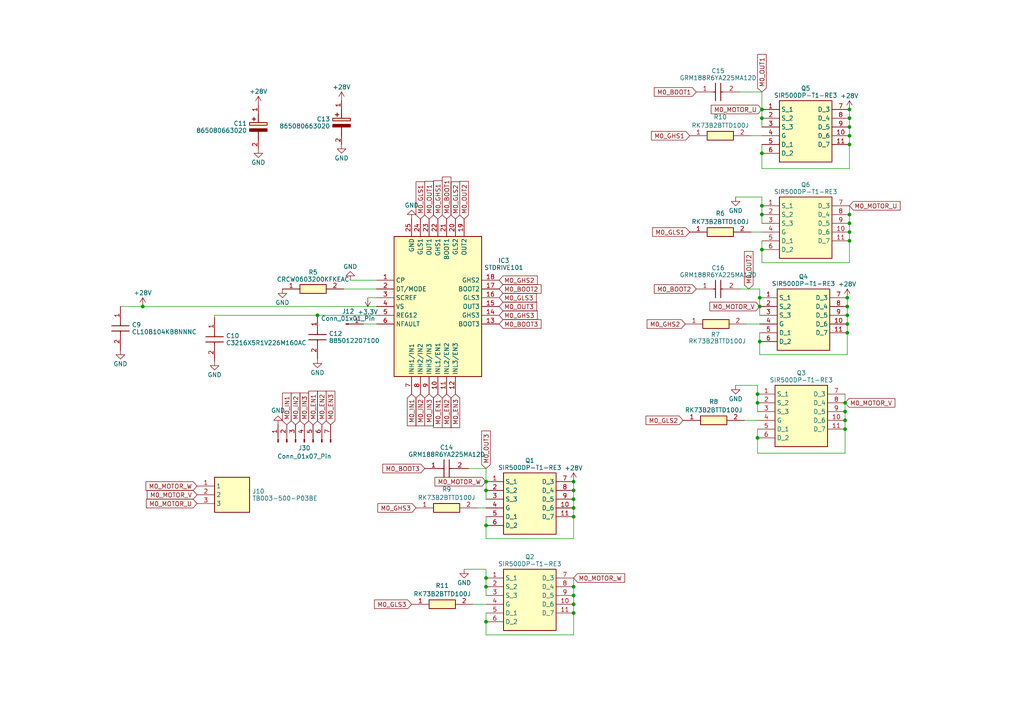
<source format=kicad_sch>
(kicad_sch (version 20230121) (generator eeschema)
  (paper "A4")
  (lib_symbols
    (symbol "865080663020:865080663020" (pin_names hide)
      (property "Reference" "C" (at 8.89 6.35 0))
      (property "Value" "865080663020" (at 8.89 3.81 0))
      (symbol "865080663020_1_1"
        (polyline (pts (xy 2.54 0) (xy 5.08 0)) (stroke (width 0.254)))
        (polyline (pts (xy 4.064 1.778) (xy 4.064 0.762)) (stroke (width 0.254)))
        (polyline (pts (xy 4.572 1.27) (xy 3.556 1.27)) (stroke (width 0.254)))
        (polyline (pts (xy 7.62 0) (xy 10.16 0)) (stroke (width 0.254)))
        (polyline (pts (xy 7.62 2.54) (xy 7.62 -2.54) (xy 6.858 -2.54) (xy 6.858 2.54) (xy 7.62 2.54)) (stroke (width 0.254)) (fill (type outline)))
        (rectangle (start 5.08 2.54) (end 5.842 -2.54) (stroke (width 0.254)) (fill (type background)))
        (pin passive line (at 0 0 0) (length 2.54) (name "+") (number "1"))
        (pin passive line (at 12.7 0 180) (length 2.54) (name "-") (number "2"))
      )
    )
    (symbol "885012207100:885012207100" (pin_names hide)
      (property "Reference" "C" (at 8.89 6.35 0))
      (property "Value" "885012207100" (at 8.89 3.81 0))
      (symbol "885012207100_1_1"
        (polyline (pts (xy 5.08 0) (xy 5.588 0)) (stroke (width 0.254)))
        (polyline (pts (xy 5.588 2.54) (xy 5.588 -2.54)) (stroke (width 0.254)))
        (polyline (pts (xy 7.112 0) (xy 7.62 0)) (stroke (width 0.254)))
        (polyline (pts (xy 7.112 2.54) (xy 7.112 -2.54)) (stroke (width 0.254)))
        (pin passive line (at 0 0 0) (length 5.08) (name "1") (number "1"))
        (pin passive line (at 12.7 0 180) (length 5.08) (name "2") (number "2"))
      )
    )
    (symbol "C3216X5R1V226M160AC:C3216X5R1V226M160AC" (pin_names hide)
      (property "Reference" "C" (at 8.89 6.35 0))
      (property "Value" "C3216X5R1V226M160AC" (at 8.89 3.81 0))
      (symbol "C3216X5R1V226M160AC_1_1"
        (polyline (pts (xy 5.08 0) (xy 5.588 0)) (stroke (width 0.254)))
        (polyline (pts (xy 5.588 2.54) (xy 5.588 -2.54)) (stroke (width 0.254)))
        (polyline (pts (xy 7.112 0) (xy 7.62 0)) (stroke (width 0.254)))
        (polyline (pts (xy 7.112 2.54) (xy 7.112 -2.54)) (stroke (width 0.254)))
        (pin passive line (at 0 0 0) (length 5.08) (name "1") (number "1"))
        (pin passive line (at 12.7 0 180) (length 5.08) (name "2") (number "2"))
      )
    )
    (symbol "CL10B104KB8NNNC:CL10B104KB8NNNC" (pin_names hide)
      (property "Reference" "C" (at 8.89 6.35 0))
      (property "Value" "CL10B104KB8NNNC" (at 8.89 3.81 0))
      (symbol "CL10B104KB8NNNC_1_1"
        (polyline (pts (xy 5.08 0) (xy 5.588 0)) (stroke (width 0.254)))
        (polyline (pts (xy 5.588 2.54) (xy 5.588 -2.54)) (stroke (width 0.254)))
        (polyline (pts (xy 7.112 0) (xy 7.62 0)) (stroke (width 0.254)))
        (polyline (pts (xy 7.112 2.54) (xy 7.112 -2.54)) (stroke (width 0.254)))
        (pin passive line (at 0 0 0) (length 5.08) (name "1") (number "1"))
        (pin passive line (at 12.7 0 180) (length 5.08) (name "2") (number "2"))
      )
    )
    (symbol "CRCW0603200KFKEAC:CRCW0603200KFKEAC" (pin_names hide)
      (property "Reference" "R" (at 13.97 6.35 0))
      (property "Value" "CRCW0603200KFKEAC" (at 13.97 3.81 0))
      (symbol "CRCW0603200KFKEAC_1_1"
        (rectangle (start 5.08 1.27) (end 12.7 -1.27) (stroke (width 0.254)) (fill (type background)))
        (pin passive line (at 0 0 0) (length 5.08) (name "1") (number "1"))
        (pin passive line (at 17.78 0 180) (length 5.08) (name "2") (number "2"))
      )
    )
    (symbol "Connector:Conn_01x01_Pin" (pin_names (offset 1.016) hide)
      (property "Reference" "J" (at 0 2.54 0))
      (property "Value" "Conn_01x01_Pin" (at 0 -2.54 0))
      (symbol "Conn_01x01_Pin_1_1"
        (polyline (pts (xy 1.27 0) (xy 0.8636 0)) (stroke (width 0.1524)))
        (rectangle (start 0.8636 0.127) (end 0 -0.127) (stroke (width 0.1524)) (fill (type outline)))
        (pin passive line (at 5.08 0 180) (length 3.81) (name "Pin_1") (number "1"))
      )
    )
    (symbol "Connector:Conn_01x07_Pin" (pin_names (offset 1.016) hide)
      (property "Reference" "J" (at 0 10.16 0))
      (property "Value" "Conn_01x07_Pin" (at 0 -10.16 0))
      (symbol "Conn_01x07_Pin_1_1"
        (polyline (pts (xy 1.27 -7.62) (xy 0.8636 -7.62)) (stroke (width 0.1524)))
        (polyline (pts (xy 1.27 -5.08) (xy 0.8636 -5.08)) (stroke (width 0.1524)))
        (polyline (pts (xy 1.27 -2.54) (xy 0.8636 -2.54)) (stroke (width 0.1524)))
        (polyline (pts (xy 1.27 0) (xy 0.8636 0)) (stroke (width 0.1524)))
        (polyline (pts (xy 1.27 2.54) (xy 0.8636 2.54)) (stroke (width 0.1524)))
        (polyline (pts (xy 1.27 5.08) (xy 0.8636 5.08)) (stroke (width 0.1524)))
        (polyline (pts (xy 1.27 7.62) (xy 0.8636 7.62)) (stroke (width 0.1524)))
        (rectangle (start 0.8636 -7.493) (end 0 -7.747) (stroke (width 0.1524)) (fill (type outline)))
        (rectangle (start 0.8636 -4.953) (end 0 -5.207) (stroke (width 0.1524)) (fill (type outline)))
        (rectangle (start 0.8636 -2.413) (end 0 -2.667) (stroke (width 0.1524)) (fill (type outline)))
        (rectangle (start 0.8636 0.127) (end 0 -0.127) (stroke (width 0.1524)) (fill (type outline)))
        (rectangle (start 0.8636 2.667) (end 0 2.413) (stroke (width 0.1524)) (fill (type outline)))
        (rectangle (start 0.8636 5.207) (end 0 4.953) (stroke (width 0.1524)) (fill (type outline)))
        (rectangle (start 0.8636 7.747) (end 0 7.493) (stroke (width 0.1524)) (fill (type outline)))
        (pin passive line (at 5.08 7.62 180) (length 3.81) (name "Pin_1") (number "1"))
        (pin passive line (at 5.08 5.08 180) (length 3.81) (name "Pin_2") (number "2"))
        (pin passive line (at 5.08 2.54 180) (length 3.81) (name "Pin_3") (number "3"))
        (pin passive line (at 5.08 0 180) (length 3.81) (name "Pin_4") (number "4"))
        (pin passive line (at 5.08 -2.54 180) (length 3.81) (name "Pin_5") (number "5"))
        (pin passive line (at 5.08 -5.08 180) (length 3.81) (name "Pin_6") (number "6"))
        (pin passive line (at 5.08 -7.62 180) (length 3.81) (name "Pin_7") (number "7"))
      )
    )
    (symbol "GRM188R6YA225MA12D:GRM188R6YA225MA12D" (pin_names hide)
      (property "Reference" "C" (at 8.89 6.35 0))
      (property "Value" "GRM188R6YA225MA12D" (at 8.89 3.81 0))
      (symbol "GRM188R6YA225MA12D_1_1"
        (polyline (pts (xy 5.08 0) (xy 5.588 0)) (stroke (width 0.254)))
        (polyline (pts (xy 5.588 2.54) (xy 5.588 -2.54)) (stroke (width 0.254)))
        (polyline (pts (xy 7.112 0) (xy 7.62 0)) (stroke (width 0.254)))
        (polyline (pts (xy 7.112 2.54) (xy 7.112 -2.54)) (stroke (width 0.254)))
        (pin passive line (at 0 0 0) (length 5.08) (name "1") (number "1"))
        (pin passive line (at 12.7 0 180) (length 5.08) (name "2") (number "2"))
      )
    )
    (symbol "RK73B2BTTD100J:RK73B2BTTD100J" (pin_names hide)
      (property "Reference" "R" (at 13.97 6.35 0))
      (property "Value" "RK73B2BTTD100J" (at 13.97 3.81 0))
      (symbol "RK73B2BTTD100J_1_1"
        (rectangle (start 5.08 1.27) (end 12.7 -1.27) (stroke (width 0.254)) (fill (type background)))
        (pin passive line (at 0 0 0) (length 5.08) (name "1") (number "1"))
        (pin passive line (at 17.78 0 180) (length 5.08) (name "2") (number "2"))
      )
    )
    (symbol "SIR500DP-T1-RE3:SIR500DP-T1-RE3"
      (property "Reference" "Q" (at 21.59 7.62 0))
      (property "Value" "SIR500DP-T1-RE3" (at 21.59 5.08 0))
      (symbol "SIR500DP-T1-RE3_1_1"
        (rectangle (start 5.08 2.54) (end 20.32 -15.24) (stroke (width 0.254)) (fill (type background)))
        (pin passive line (at 0 0 0) (length 5.08) (name "S_1") (number "1"))
        (pin passive line (at 25.4 -7.62 180) (length 5.08) (name "D_6") (number "10"))
        (pin passive line (at 25.4 -10.16 180) (length 5.08) (name "D_7") (number "11"))
        (pin passive line (at 0 -2.54 0) (length 5.08) (name "S_2") (number "2"))
        (pin passive line (at 0 -5.08 0) (length 5.08) (name "S_3") (number "3"))
        (pin passive line (at 0 -7.62 0) (length 5.08) (name "G") (number "4"))
        (pin passive line (at 0 -10.16 0) (length 5.08) (name "D_1") (number "5"))
        (pin passive line (at 0 -12.7 0) (length 5.08) (name "D_2") (number "6"))
        (pin passive line (at 25.4 0 180) (length 5.08) (name "D_3") (number "7"))
        (pin passive line (at 25.4 -2.54 180) (length 5.08) (name "D_4") (number "8"))
        (pin passive line (at 25.4 -5.08 180) (length 5.08) (name "D_5") (number "9"))
      )
    )
    (symbol "STDRIVE101:STDRIVE101"
      (property "Reference" "IC" (at 31.75 17.78 0))
      (property "Value" "STDRIVE101" (at 31.75 15.24 0))
      (symbol "STDRIVE101_1_1"
        (rectangle (start 5.08 12.7) (end 30.48 -27.94) (stroke (width 0.254)) (fill (type background)))
        (pin passive line (at 0 0 0) (length 5.08) (name "CP") (number "1"))
        (pin passive line (at 17.78 -33.02 90) (length 5.08) (name "INL1/EN1") (number "10"))
        (pin passive line (at 20.32 -33.02 90) (length 5.08) (name "INL2/EN2") (number "11"))
        (pin passive line (at 22.86 -33.02 90) (length 5.08) (name "INL3/EN3") (number "12"))
        (pin passive line (at 35.56 -12.7 180) (length 5.08) (name "BOOT3") (number "13"))
        (pin passive line (at 35.56 -10.16 180) (length 5.08) (name "GHS3") (number "14"))
        (pin passive line (at 35.56 -7.62 180) (length 5.08) (name "OUT3") (number "15"))
        (pin passive line (at 35.56 -5.08 180) (length 5.08) (name "GLS3") (number "16"))
        (pin passive line (at 35.56 -2.54 180) (length 5.08) (name "BOOT2") (number "17"))
        (pin passive line (at 35.56 0 180) (length 5.08) (name "GHS2") (number "18"))
        (pin passive line (at 25.4 17.78 270) (length 5.08) (name "OUT2") (number "19"))
        (pin passive line (at 0 -2.54 0) (length 5.08) (name "DT/MODE") (number "2"))
        (pin passive line (at 22.86 17.78 270) (length 5.08) (name "GLS2") (number "20"))
        (pin passive line (at 20.32 17.78 270) (length 5.08) (name "BOOT1") (number "21"))
        (pin passive line (at 17.78 17.78 270) (length 5.08) (name "GHS1") (number "22"))
        (pin passive line (at 15.24 17.78 270) (length 5.08) (name "OUT1") (number "23"))
        (pin passive line (at 12.7 17.78 270) (length 5.08) (name "GLS1") (number "24"))
        (pin passive line (at 10.16 17.78 270) (length 5.08) (name "GND") (number "25"))
        (pin passive line (at 0 -5.08 0) (length 5.08) (name "SCREF") (number "3"))
        (pin passive line (at 0 -7.62 0) (length 5.08) (name "VS") (number "4"))
        (pin passive line (at 0 -10.16 0) (length 5.08) (name "REG12") (number "5"))
        (pin passive line (at 0 -12.7 0) (length 5.08) (name "NFAULT") (number "6"))
        (pin passive line (at 10.16 -33.02 90) (length 5.08) (name "INH1/IN1") (number "7"))
        (pin passive line (at 12.7 -33.02 90) (length 5.08) (name "INH2/IN2") (number "8"))
        (pin passive line (at 15.24 -33.02 90) (length 5.08) (name "INH3/IN3") (number "9"))
      )
    )
    (symbol "TB003-500-P03BE:TB003-500-P03BE"
      (property "Reference" "J" (at 16.51 7.62 0))
      (property "Value" "TB003-500-P03BE" (at 16.51 5.08 0))
      (symbol "TB003-500-P03BE_1_1"
        (rectangle (start 5.08 2.54) (end 15.24 -7.62) (stroke (width 0.254)) (fill (type background)))
        (pin passive line (at 0 0 0) (length 5.08) (name "1") (number "1"))
        (pin passive line (at 0 -2.54 0) (length 5.08) (name "2") (number "2"))
        (pin passive line (at 0 -5.08 0) (length 5.08) (name "3") (number "3"))
      )
    )
    (symbol "power:+28V" (power) (pin_names (offset 0))
      (property "Value" "+28V" (at 0 3.81 0))
      (symbol "+28V_0_1"
        (polyline (pts (xy -0.762 1.27) (xy 0 2.54)))
        (polyline (pts (xy 0 0) (xy 0 2.54)))
        (polyline (pts (xy 0 2.54) (xy 0.762 1.27)))
      )
      (symbol "+28V_1_1"
        (pin power_in line (at 0 0 90) (length 0) hide (name "+28V") (number "1"))
      )
    )
    (symbol "power:+3.3V" (power) (pin_names (offset 0))
      (property "Value" "+3.3V" (at 0 3.556 0))
      (symbol "+3.3V_0_1"
        (polyline (pts (xy -0.762 1.27) (xy 0 2.54)))
        (polyline (pts (xy 0 0) (xy 0 2.54)))
        (polyline (pts (xy 0 2.54) (xy 0.762 1.27)))
      )
      (symbol "+3.3V_1_1"
        (pin power_in line (at 0 0 90) (length 0) hide (name "+3.3V") (number "1"))
      )
    )
    (symbol "power:GND" (power) (pin_names (offset 0))
      (property "Value" "GND" (at 0 -3.81 0))
      (symbol "GND_0_1"
        (polyline (pts (xy 0 0) (xy 0 -1.27) (xy 1.27 -1.27) (xy 0 -2.54) (xy -1.27 -1.27) (xy 0 -1.27)))
      )
      (symbol "GND_1_1"
        (pin power_in line (at 0 0 270) (length 0) hide (name "GND") (number "1"))
      )
    )
  )
  (junction (at 245.745 93.98))
  (junction (at 140.97 142.24))
  (junction (at 220.98 72.39))
  (junction (at 166.37 142.24))
  (junction (at 246.38 41.91))
  (junction (at 219.71 116.84))
  (junction (at 220.98 59.69))
  (junction (at 246.38 62.23))
  (junction (at 166.37 149.86))
  (junction (at 246.38 31.75))
  (junction (at 140.97 139.7))
  (junction (at 246.38 36.83))
  (junction (at 140.97 180.34))
  (junction (at 219.71 114.3))
  (junction (at 166.37 172.72))
  (junction (at 220.345 99.06))
  (junction (at 220.98 34.29))
  (junction (at 246.38 34.29))
  (junction (at 220.345 88.9))
  (junction (at 166.37 170.18))
  (junction (at 245.745 86.36))
  (junction (at 245.745 96.52))
  (junction (at 246.38 39.37))
  (junction (at 166.37 175.26))
  (junction (at 140.97 167.64))
  (junction (at 140.97 152.4))
  (junction (at 92.075 91.44))
  (junction (at 220.98 44.45))
  (junction (at 245.745 91.44))
  (junction (at 220.98 62.23))
  (junction (at 166.37 144.78))
  (junction (at 140.97 170.18))
  (junction (at 219.71 127))
  (junction (at 245.11 119.38))
  (junction (at 246.38 64.77))
  (junction (at 245.745 88.9))
  (junction (at 220.345 86.36))
  (junction (at 41.402 88.9))
  (junction (at 246.38 69.85))
  (junction (at 166.37 139.7))
  (junction (at 166.37 177.8))
  (junction (at 246.38 67.31))
  (junction (at 245.11 116.84))
  (junction (at 245.11 121.92))
  (junction (at 166.37 147.32))
  (junction (at 220.98 31.75))
  (junction (at 245.11 124.46))
  (wire (pts (xy 140.97 156.21) (xy 166.37 156.21)))
  (wire (pts (xy 140.97 177.8) (xy 140.97 180.34)))
  (wire (pts (xy 213.36 111.76) (xy 219.71 111.76)))
  (wire (pts (xy 246.38 62.23) (xy 246.38 59.69)))
  (wire (pts (xy 220.345 86.36) (xy 220.345 88.9)))
  (wire (pts (xy 34.925 88.9) (xy 41.402 88.9)))
  (wire (pts (xy 166.37 144.78) (xy 166.37 142.24)))
  (wire (pts (xy 140.97 167.64) (xy 140.97 170.18)))
  (wire (pts (xy 220.98 59.69) (xy 220.98 62.23)))
  (wire (pts (xy 134.62 165.1) (xy 140.97 165.1)))
  (wire (pts (xy 214.63 83.82) (xy 220.345 83.82)))
  (wire (pts (xy 245.11 124.46) (xy 245.11 121.92)))
  (wire (pts (xy 220.98 34.29) (xy 220.98 36.83)))
  (wire (pts (xy 220.345 99.06) (xy 220.345 102.87)))
  (wire (pts (xy 220.345 96.52) (xy 220.345 99.06)))
  (wire (pts (xy 246.38 48.895) (xy 246.38 41.91)))
  (wire (pts (xy 220.345 83.82) (xy 220.345 86.36)))
  (wire (pts (xy 245.11 116.84) (xy 245.11 114.3)))
  (wire (pts (xy 220.98 76.2) (xy 246.38 76.2)))
  (wire (pts (xy 246.38 64.77) (xy 246.38 62.23)))
  (wire (pts (xy 137.16 175.26) (xy 140.97 175.26)))
  (wire (pts (xy 246.38 69.85) (xy 246.38 67.31)))
  (wire (pts (xy 245.745 91.44) (xy 245.745 88.9)))
  (wire (pts (xy 140.97 139.7) (xy 140.97 142.24)))
  (wire (pts (xy 140.97 165.1) (xy 140.97 167.64)))
  (wire (pts (xy 245.11 131.445) (xy 245.11 124.46)))
  (wire (pts (xy 138.43 147.32) (xy 140.97 147.32)))
  (wire (pts (xy 166.37 184.15) (xy 166.37 177.8)))
  (wire (pts (xy 245.745 88.9) (xy 245.745 86.36)))
  (wire (pts (xy 246.38 36.83) (xy 246.38 34.29)))
  (wire (pts (xy 220.98 69.85) (xy 220.98 72.39)))
  (wire (pts (xy 219.71 124.46) (xy 219.71 127)))
  (wire (pts (xy 214.63 26.67) (xy 220.98 26.67)))
  (wire (pts (xy 140.97 142.24) (xy 140.97 144.78)))
  (wire (pts (xy 220.98 31.75) (xy 220.98 34.29)))
  (wire (pts (xy 135.89 135.89) (xy 140.97 135.89)))
  (wire (pts (xy 92.075 91.44) (xy 62.23 91.44)))
  (wire (pts (xy 219.71 131.445) (xy 245.11 131.445)))
  (wire (pts (xy 140.97 170.18) (xy 140.97 172.72)))
  (wire (pts (xy 245.745 96.52) (xy 245.745 93.98)))
  (wire (pts (xy 246.38 67.31) (xy 246.38 64.77)))
  (wire (pts (xy 246.38 41.91) (xy 246.38 39.37)))
  (wire (pts (xy 246.38 39.37) (xy 246.38 36.83)))
  (wire (pts (xy 245.745 102.87) (xy 245.745 96.52)))
  (wire (pts (xy 245.11 119.38) (xy 245.11 116.84)))
  (wire (pts (xy 220.98 57.15) (xy 220.98 59.69)))
  (wire (pts (xy 219.71 111.76) (xy 219.71 114.3)))
  (wire (pts (xy 101.6 81.28) (xy 109.22 81.28)))
  (wire (pts (xy 99.695 83.82) (xy 109.22 83.82)))
  (wire (pts (xy 219.71 116.84) (xy 219.71 119.38)))
  (wire (pts (xy 166.37 147.32) (xy 166.37 144.78)))
  (wire (pts (xy 220.98 48.895) (xy 246.38 48.895)))
  (wire (pts (xy 217.805 67.31) (xy 220.98 67.31)))
  (wire (pts (xy 245.11 121.92) (xy 245.11 119.38)))
  (wire (pts (xy 166.37 142.24) (xy 166.37 139.7)))
  (wire (pts (xy 245.745 93.98) (xy 245.745 91.44)))
  (wire (pts (xy 140.97 152.4) (xy 140.97 156.21)))
  (wire (pts (xy 246.38 76.2) (xy 246.38 69.85)))
  (wire (pts (xy 220.98 26.67) (xy 220.98 31.75)))
  (wire (pts (xy 166.37 175.26) (xy 166.37 172.72)))
  (wire (pts (xy 220.345 88.9) (xy 220.345 91.44)))
  (wire (pts (xy 62.23 91.44) (xy 62.23 92.075)))
  (wire (pts (xy 220.98 41.91) (xy 220.98 44.45)))
  (wire (pts (xy 220.98 44.45) (xy 220.98 48.895)))
  (wire (pts (xy 109.22 91.44) (xy 92.075 91.44)))
  (wire (pts (xy 217.805 39.37) (xy 220.98 39.37)))
  (wire (pts (xy 166.37 170.18) (xy 166.37 167.64)))
  (wire (pts (xy 166.37 172.72) (xy 166.37 170.18)))
  (wire (pts (xy 220.98 62.23) (xy 220.98 64.77)))
  (wire (pts (xy 105.41 93.98) (xy 109.22 93.98)))
  (wire (pts (xy 219.71 127) (xy 219.71 131.445)))
  (wire (pts (xy 215.9 121.92) (xy 219.71 121.92)))
  (wire (pts (xy 41.402 88.9) (xy 109.22 88.9)))
  (wire (pts (xy 246.38 34.29) (xy 246.38 31.75)))
  (wire (pts (xy 106.68 86.36) (xy 109.22 86.36)))
  (wire (pts (xy 140.97 149.86) (xy 140.97 152.4)))
  (wire (pts (xy 213.36 57.15) (xy 220.98 57.15)))
  (wire (pts (xy 220.345 102.87) (xy 245.745 102.87)))
  (wire (pts (xy 166.37 149.86) (xy 166.37 147.32)))
  (wire (pts (xy 219.71 114.3) (xy 219.71 116.84)))
  (wire (pts (xy 216.535 93.98) (xy 220.345 93.98)))
  (wire (pts (xy 166.37 156.21) (xy 166.37 149.86)))
  (wire (pts (xy 140.97 180.34) (xy 140.97 184.15)))
  (wire (pts (xy 220.98 72.39) (xy 220.98 76.2)))
  (wire (pts (xy 166.37 177.8) (xy 166.37 175.26)))
  (wire (pts (xy 140.97 184.15) (xy 166.37 184.15)))
  (wire (pts (xy 140.97 135.89) (xy 140.97 139.7)))
  (global_label "M0_MOTOR_W" (shape input) (at 140.97 139.7 180) (property "Intersheetrefs" "${INTERSHEET_REFS}" (effects hide)))
  (global_label "M0_BOOT1" (shape input) (at 201.93 26.67 180) (property "Intersheetrefs" "${INTERSHEET_REFS}" (effects hide)))
  (global_label "M0_MOTOR_U" (shape input) (at 246.38 59.69 0) (property "Intersheetrefs" "${INTERSHEET_REFS}" (effects hide)))
  (global_label "M0_GHS1" (shape input) (at 127 63.5 90) (property "Intersheetrefs" "${INTERSHEET_REFS}" (effects hide)))
  (global_label "M0_GHS2" (shape input) (at 198.755 93.98 180) (property "Intersheetrefs" "${INTERSHEET_REFS}" (effects hide)))
  (global_label "M0_OUT2" (shape input) (at 134.62 63.5 90) (property "Intersheetrefs" "${INTERSHEET_REFS}" (effects hide)))
  (global_label "M0_MOTOR_V" (shape input) (at 245.11 116.84 0) (property "Intersheetrefs" "${INTERSHEET_REFS}" (effects hide)))
  (global_label "M0_EN1" (shape input) (at 127 114.3 270) (property "Intersheetrefs" "${INTERSHEET_REFS}" (effects hide)))
  (global_label "M0_GHS2" (shape input) (at 144.78 81.28 0) (property "Intersheetrefs" "${INTERSHEET_REFS}" (effects hide)))
  (global_label "M0_OUT1" (shape input) (at 124.46 63.5 90) (property "Intersheetrefs" "${INTERSHEET_REFS}" (effects hide)))
  (global_label "M0_GLS3" (shape input) (at 119.38 175.26 180) (property "Intersheetrefs" "${INTERSHEET_REFS}" (effects hide)))
  (global_label "M0_GHS3" (shape input) (at 120.65 147.32 180) (property "Intersheetrefs" "${INTERSHEET_REFS}" (effects hide)))
  (global_label "M0_MOTOR_U" (shape input) (at 57.15 146.05 180) (property "Intersheetrefs" "${INTERSHEET_REFS}" (effects hide)))
  (global_label "M0_IN2" (shape input) (at 121.92 114.3 270) (property "Intersheetrefs" "${INTERSHEET_REFS}" (effects hide)))
  (global_label "M0_GHS3" (shape input) (at 144.78 91.44 0) (property "Intersheetrefs" "${INTERSHEET_REFS}" (effects hide)))
  (global_label "M0_MOTOR_W" (shape input) (at 166.37 167.64 0) (property "Intersheetrefs" "${INTERSHEET_REFS}" (effects hide)))
  (global_label "M0_GLS2" (shape input) (at 132.08 63.5 90) (property "Intersheetrefs" "${INTERSHEET_REFS}" (effects hide)))
  (global_label "M0_MOTOR_V" (shape input) (at 220.345 88.9 180) (property "Intersheetrefs" "${INTERSHEET_REFS}" (effects hide)))
  (global_label "M0_IN1" (shape input) (at 83.185 123.19 90) (property "Intersheetrefs" "${INTERSHEET_REFS}" (effects hide)))
  (global_label "M0_OUT3" (shape input) (at 140.97 135.89 90) (property "Intersheetrefs" "${INTERSHEET_REFS}" (effects hide)))
  (global_label "M0_IN1" (shape input) (at 119.38 114.3 270) (property "Intersheetrefs" "${INTERSHEET_REFS}" (effects hide)))
  (global_label "M0_BOOT3" (shape input) (at 144.78 93.98 0) (property "Intersheetrefs" "${INTERSHEET_REFS}" (effects hide)))
  (global_label "M0_GLS1" (shape input) (at 121.92 63.5 90) (property "Intersheetrefs" "${INTERSHEET_REFS}" (effects hide)))
  (global_label "M0_EN2" (shape input) (at 129.54 114.3 270) (property "Intersheetrefs" "${INTERSHEET_REFS}" (effects hide)))
  (global_label "M0_GLS1" (shape input) (at 200.025 67.31 180) (property "Intersheetrefs" "${INTERSHEET_REFS}" (effects hide)))
  (global_label "M0_OUT1" (shape input) (at 220.98 26.67 90) (property "Intersheetrefs" "${INTERSHEET_REFS}" (effects hide)))
  (global_label "M0_IN3" (shape input) (at 124.46 114.3 270) (property "Intersheetrefs" "${INTERSHEET_REFS}" (effects hide)))
  (global_label "M0_MOTOR_V" (shape input) (at 57.15 143.51 180) (property "Intersheetrefs" "${INTERSHEET_REFS}" (effects hide)))
  (global_label "M0_BOOT1" (shape input) (at 129.54 63.5 90) (property "Intersheetrefs" "${INTERSHEET_REFS}" (effects hide)))
  (global_label "M0_EN3" (shape input) (at 95.885 123.19 90) (property "Intersheetrefs" "${INTERSHEET_REFS}" (effects hide)))
  (global_label "M0_MOTOR_W" (shape input) (at 57.15 140.97 180) (property "Intersheetrefs" "${INTERSHEET_REFS}" (effects hide)))
  (global_label "M0_BOOT2" (shape input) (at 201.93 83.82 180) (property "Intersheetrefs" "${INTERSHEET_REFS}" (effects hide)))
  (global_label "M0_BOOT2" (shape input) (at 144.78 83.82 0) (property "Intersheetrefs" "${INTERSHEET_REFS}" (effects hide)))
  (global_label "M0_OUT3" (shape input) (at 144.78 88.9 0) (property "Intersheetrefs" "${INTERSHEET_REFS}" (effects hide)))
  (global_label "M0_GLS2" (shape input) (at 198.12 121.92 180) (property "Intersheetrefs" "${INTERSHEET_REFS}" (effects hide)))
  (global_label "M0_GLS3" (shape input) (at 144.78 86.36 0) (property "Intersheetrefs" "${INTERSHEET_REFS}" (effects hide)))
  (global_label "M0_IN3" (shape input) (at 88.265 123.19 90) (property "Intersheetrefs" "${INTERSHEET_REFS}" (effects hide)))
  (global_label "M0_OUT2" (shape input) (at 217.17 83.82 90) (property "Intersheetrefs" "${INTERSHEET_REFS}" (effects hide)))
  (global_label "M0_EN2" (shape input) (at 93.345 123.19 90) (property "Intersheetrefs" "${INTERSHEET_REFS}" (effects hide)))
  (global_label "M0_EN1" (shape input) (at 90.805 123.19 90) (property "Intersheetrefs" "${INTERSHEET_REFS}" (effects hide)))
  (global_label "M0_BOOT3" (shape input) (at 123.19 135.89 180) (property "Intersheetrefs" "${INTERSHEET_REFS}" (effects hide)))
  (global_label "M0_MOTOR_U" (shape input) (at 220.98 31.75 180) (property "Intersheetrefs" "${INTERSHEET_REFS}" (effects hide)))
  (global_label "M0_EN3" (shape input) (at 132.08 114.3 270) (property "Intersheetrefs" "${INTERSHEET_REFS}" (effects hide)))
  (global_label "M0_GHS1" (shape input) (at 200.025 39.37 180) (property "Intersheetrefs" "${INTERSHEET_REFS}" (effects hide)))
  (global_label "M0_IN2" (shape input) (at 85.725 123.19 90) (property "Intersheetrefs" "${INTERSHEET_REFS}" (effects hide)))
  (symbol (lib_id "TB003-500-P03BE:TB003-500-P03BE") (at 57.15 140.97 0) (unit 1)
    (property "Reference" "J10" (at 73.152 142.486 0) (effects (justify left)))
    (property "Value" "TB003-500-P03BE" (at 73.152 144.534 0) (effects (justify left)))
    (property "Footprint" "SamacSysLibrary:TB003500P03BE" (effects hide))
    (property "Datasheet" "https://datasheet.datasheetarchive.com/originals/distributors/Datasheets_SAMA/d07efe5b59076245584f142a7e2a35cb.pdf" (effects hide))
    (property "Height" "10.3" (effects hide))
    (property "Manufacturer_Name" "CUI Devices" (effects hide))
    (property "Manufacturer_Part_Number" "TB003-500-P03BE" (effects hide))
    (property "Mouser Part Number" "490-TB003-500-P03BE" (effects hide))
    (property "Mouser Price/Stock" "https://www.mouser.co.uk/ProductDetail/CUI-Devices/TB003-500-P03BE?qs=vLWxofP3U2zFRU01vaMuCA%3D%3D" (effects hide))
    (property "Arrow Part Number" "TB003-500-P03BE" (effects hide))
    (property "Arrow Price/Stock" "https://www.arrow.com/en/products/tb003-500-p03be/cui-devices?region=nac" (effects hide))
    (instances (project "GoodBotControlBoard" (path "" (reference "J10") (unit 1)) (path "" (reference "J4") (unit 1)) (path "" (reference "J8") (unit 1)) (path "" (reference "J12") (unit 1))))
  )
  (symbol (lib_id "Connector:Conn_01x01_Pin") (at 100.33 93.98 0) (unit 1)
    (property "Reference" "J12" (at 100.965 90.3238 0))
    (property "Value" "Conn_01x01_Pin" (at 100.965 92.3718 0))
    (property "Footprint" "Connector_PinHeader_2.54mm:PinHeader_1x01_P2.54mm_Vertical" (effects hide))
    (instances (project "GoodBotControlBoard" (path "" (reference "J12") (unit 1)) (path "" (reference "J5") (unit 1)) (path "" (reference "J9") (unit 1)) (path "" (reference "J14") (unit 1))))
  )
  (symbol (lib_id "C3216X5R1V226M160AC:C3216X5R1V226M160AC") (at 62.23 92.075 270) (unit 1)
    (property "Reference" "C10" (at 65.532 97.401 90) (effects (justify left)))
    (property "Value" "C3216X5R1V226M160AC" (at 65.532 99.449 90) (effects (justify left)))
    (property "Footprint" "SamacSysLibrary:CAPC3216X180N" (effects hide))
    (property "Datasheet" "https://product.tdk.com/info/en/catalog/datasheets/mlcc_commercial_midvoltage_en.pdf" (effects hide))
    (property "Height" "1.8" (effects hide))
    (property "Manufacturer_Name" "TDK" (effects hide))
    (property "Manufacturer_Part_Number" "C3216X5R1V226M160AC" (effects hide))
    (property "Mouser Part Number" "810-C3216X5R1V226M" (effects hide))
    (property "Mouser Price/Stock" "https://www.mouser.co.uk/ProductDetail/TDK/C3216X5R1V226M160AC?qs=NRhsANhppD8TwN31eZ1xGQ%3D%3D" (effects hide))
    (property "Arrow Part Number" "C3216X5R1V226M160AC" (effects hide))
    (property "Arrow Price/Stock" "https://www.arrow.com/en/products/c3216x5r1v226m160ac/tdk?region=nac" (effects hide))
    (instances (project "GoodBotControlBoard" (path "" (reference "C10") (unit 1)) (path "" (reference "C6") (unit 1)) (path "" (reference "C18") (unit 1)) (path "" (reference "C26") (unit 1))))
  )
  (symbol (lib_id "power:GND") (at 62.23 104.775 0) (unit 1)
    (property "Reference" "#PWR026" (effects hide))
    (property "Value" "GND" (at 62.23 108.72 0))
    (instances (project "GoodBotControlBoard" (path "" (reference "#PWR026") (unit 1)) (path "" (reference "#PWR012") (unit 1)) (path "" (reference "#PWR028") (unit 1)) (path "" (reference "#PWR046") (unit 1))))
  )
  (symbol (lib_id "GRM188R6YA225MA12D:GRM188R6YA225MA12D") (at 123.19 135.89 0) (unit 1)
    (property "Reference" "C14" (at 129.54 129.77 0))
    (property "Value" "GRM188R6YA225MA12D" (at 129.54 131.818 0))
    (property "Footprint" "SamacSysLibrary:CAPC1608X90N" (effects hide))
    (property "Datasheet" "http://componentsearchengine.com/Datasheets/1/GRM188R6YA225MA12D.pdf" (effects hide))
    (property "Height" "0.9" (effects hide))
    (property "Manufacturer_Name" "Murata Electronics" (effects hide))
    (property "Manufacturer_Part_Number" "GRM188R6YA225MA12D" (effects hide))
    (property "Mouser Part Number" "81-GRM188R6YA225MA2D" (effects hide))
    (property "Mouser Price/Stock" "https://www.mouser.co.uk/ProductDetail/Murata-Electronics/GRM188R6YA225MA12D?qs=eeBpzGFlv%252B%2FmnWIdXKs6Gw%3D%3D" (effects hide))
    (property "Arrow Part Number" "GRM188R6YA225MA12D" (effects hide))
    (property "Arrow Price/Stock" "https://www.arrow.com/en/products/grm188r6ya225ma12d/murata-manufacturing?region=nac" (effects hide))
    (instances (project "GoodBotControlBoard" (path "" (reference "C14") (unit 1)) (path "" (reference "C14") (unit 1)) (path "" (reference "C22") (unit 1)) (path "" (reference "C30") (unit 1))))
  )
  (symbol (lib_id "RK73B2BTTD100J:RK73B2BTTD100J") (at 198.755 93.98 0) (unit 1)
    (property "Reference" "R7" (at 207.518 97.028 0))
    (property "Value" "RK73B2BTTD100J" (at 208.026 98.933 0))
    (property "Footprint" "SamacSysLibrary:RESC3216X70N" (effects hide))
    (property "Datasheet" "https://rs.componentsearchengine.com/Datasheets/2/RK73B2BTTD100J.pdf" (effects hide))
    (property "Height" "0.7" (effects hide))
    (property "Manufacturer_Name" "KOA Speer" (effects hide))
    (property "Manufacturer_Part_Number" "RK73B2BTTD100J" (effects hide))
    (property "Mouser Part Number" "660-RK73B2BTTD100J" (effects hide))
    (property "Mouser Price/Stock" "https://www.mouser.co.uk/ProductDetail/KOA-Speer/RK73B2BTTD100J?qs=g%252BLwsi5woOlm1GPmF8rzug%3D%3D" (effects hide))
    (property "Arrow Part Number" "RK73B2BTTD100J" (effects hide))
    (property "Arrow Price/Stock" "https://www.arrow.com/en/products/rk73b2bttd100j/koa-speer-electronics" (effects hide))
  )
  (symbol (lib_id "885012207100:885012207100") (at 92.075 91.44 270) (unit 1)
    (property "Reference" "C12" (at 95.377 96.766 90) (effects (justify left)))
    (property "Value" "885012207100" (at 95.377 98.814 90) (effects (justify left)))
    (property "Footprint" "SamacSysLibrary:CAPC2012X135N" (effects hide))
    (property "Datasheet" "https://katalog.we-online.com/pbs/datasheet/885012207100.pdf" (effects hide))
    (property "Height" "1.35" (effects hide))
    (property "Manufacturer_Name" "Wurth Elektronik" (effects hide))
    (property "Manufacturer_Part_Number" "885012207100" (effects hide))
    (property "Mouser Part Number" "710-885012207100" (effects hide))
    (property "Mouser Price/Stock" "https://www.mouser.co.uk/ProductDetail/Wurth-Elektronik/885012207100?qs=0KOYDY2FL28gx73pQkeRCQ%3D%3D" (effects hide))
    (instances (project "GoodBotControlBoard" (path "" (reference "C12") (unit 1)) (path "" (reference "C12") (unit 1)) (path "" (reference "C20") (unit 1)) (path "" (reference "C28") (unit 1))))
  )
  (symbol (lib_id "power:+28V") (at 246.38 31.75 0) (unit 1)
    (property "Reference" "#PWR041" (effects hide))
    (property "Value" "+28V" (at 246.38 27.805 0))
    (instances (project "GoodBotControlBoard" (path "" (reference "#PWR041") (unit 1)) (path "" (reference "#PWR026") (unit 1)) (path "" (reference "#PWR043") (unit 1)) (path "" (reference "#PWR064") (unit 1))))
  )
  (symbol (lib_id "Connector:Conn_01x07_Pin") (at 88.265 128.27 90) (unit 1)
    (property "Reference" "J30" (at 88.265 129.9393 90))
    (property "Value" "Conn_01x07_Pin" (at 88.265 132.3635 90))
    (property "Footprint" "Connector_PinHeader_2.54mm:PinHeader_1x07_P2.54mm_Vertical" (effects hide))
    (instances (project "GoodBotControlBoard" (path "" (reference "J30") (unit 1)) (path "" (reference "J31") (unit 1)) (path "" (reference "J32") (unit 1)) (path "" (reference "J11") (unit 1))))
  )
  (symbol (lib_id "power:+3.3V") (at 106.68 86.36 180) (unit 1)
    (property "Reference" "#PWR0100" (effects hide))
    (property "Value" "+3.3V" (at 106.68 90.4931 0))
    (instances (project "GoodBotControlBoard" (path "" (reference "#PWR0100") (unit 1)) (path "" (reference "#PWR0139") (unit 1))))
  )
  (symbol (lib_id "CRCW0603200KFKEAC:CRCW0603200KFKEAC") (at 81.915 83.82 0) (unit 1)
    (property "Reference" "R5" (at 90.805 78.97 0))
    (property "Value" "CRCW0603200KFKEAC" (at 90.805 81.018 0))
    (property "Footprint" "SamacSysLibrary:RESC1608X55N" (effects hide))
    (property "Datasheet" "https://mouser.componentsearchengine.com/Datasheets/1/CRCW0603200KFKEAC.pdf" (effects hide))
    (property "Height" "0.55" (effects hide))
    (property "Manufacturer_Name" "Vishay" (effects hide))
    (property "Manufacturer_Part_Number" "CRCW0603200KFKEAC" (effects hide))
    (property "Mouser Part Number" "71-CRCW0603200KFKEAC" (effects hide))
    (property "Mouser Price/Stock" "https://www.mouser.co.uk/ProductDetail/Vishay-Dale/CRCW0603200KFKEAC?qs=E3Y5ESvWgWMPi4tlnnzi9Q%3D%3D" (effects hide))
    (property "Arrow Part Number" "CRCW0603200KFKEAC" (effects hide))
    (property "Arrow Price/Stock" "https://www.arrow.com/en/products/crcw0603200kfkeac/vishay?region=nac" (effects hide))
    (instances (project "GoodBotControlBoard" (path "" (reference "R5") (unit 1)) (path "" (reference "R8") (unit 1)) (path "" (reference "R15") (unit 1)) (path "" (reference "R22") (unit 1))))
  )
  (symbol (lib_id "865080663020:865080663020") (at 99.06 29.21 90) (mirror x) (unit 1)
    (property "Reference" "C13" (at 95.758 34.536 90) (effects (justify left)))
    (property "Value" "865080663020" (at 95.758 36.584 90) (effects (justify left)))
    (property "Footprint" "SamacSysLibrary:CAPAE1600X1700N" (effects hide))
    (property "Datasheet" "https://katalog.we-online.de/pbs/datasheet/865080663020.pdf" (effects hide))
    (property "Height" "17" (effects hide))
    (property "Manufacturer_Name" "Wurth Elektronik" (effects hide))
    (property "Manufacturer_Part_Number" "865080663020" (effects hide))
    (property "Mouser Part Number" "710-865080663020" (effects hide))
    (property "Mouser Price/Stock" "https://www.mouser.co.uk/ProductDetail/Wurth-Elektronik/865080663020?qs=0KOYDY2FL28a%252B9ciq6BiMA%3D%3D" (effects hide))
    (instances (project "GoodBotControlBoard" (path "" (reference "C13") (unit 1)) (path "" (reference "C13") (unit 1)) (path "" (reference "C21") (unit 1)) (path "" (reference "C29") (unit 1))))
  )
  (symbol (lib_id "SIR500DP-T1-RE3:SIR500DP-T1-RE3") (at 220.345 86.36 0) (unit 1)
    (property "Reference" "Q4" (at 233.045 80.24 0))
    (property "Value" "SIR500DP-T1-RE3" (at 233.045 82.288 0))
    (property "Footprint" "SamacSysLibrary:SIR500DPT1RE3" (effects hide))
    (property "Datasheet" "https://www.vishay.com/docs/66840/sir500dp.pdf" (effects hide))
    (property "Height" "1.17" (effects hide))
    (property "Manufacturer_Name" "Vishay" (effects hide))
    (property "Manufacturer_Part_Number" "SIR500DP-T1-RE3" (effects hide))
    (property "Mouser Part Number" "78-SIR500DP-T1-RE3" (effects hide))
    (property "Mouser Price/Stock" "https://www.mouser.co.uk/ProductDetail/Vishay-Siliconix/SIR500DP-T1-RE3?qs=CiayqK2gdcKgJcjAZin73w%3D%3D" (effects hide))
    (property "Arrow Part Number" "SIR500DP-T1-RE3" (effects hide))
    (property "Arrow Price/Stock" "https://www.arrow.com/en/products/sir500dp-t1-re3/vishay?region=nac" (effects hide))
    (instances (project "GoodBotControlBoard" (path "" (reference "Q4") (unit 1)) (path "" (reference "Q10") (unit 1)) (path "" (reference "Q16") (unit 1)) (path "" (reference "Q22") (unit 1))))
  )
  (symbol (lib_id "STDRIVE101:STDRIVE101") (at 109.22 81.28 0) (unit 1)
    (property "Reference" "IC3" (at 146.1275 75.5663 0))
    (property "Value" "STDRIVE101" (at 146.1275 77.6143 0))
    (property "Footprint" "SamacSysLibrary:QFN50P400X400X100-25N-D" (effects hide))
    (property "Datasheet" "http://www.farnell.com/datasheets/3171272.pdf" (effects hide))
    (property "Height" "1" (effects hide))
    (property "Manufacturer_Name" "STMicroelectronics" (effects hide))
    (property "Manufacturer_Part_Number" "STDRIVE101" (effects hide))
    (property "Mouser Part Number" "511-STDRIVE101" (effects hide))
    (property "Mouser Price/Stock" "https://www.mouser.co.uk/ProductDetail/STMicroelectronics/STDRIVE101?qs=xZ%2FP%252Ba9zWqYdY88AYx%252Blxg%3D%3D" (effects hide))
    (property "Arrow Part Number" "STDRIVE101" (effects hide))
    (property "Arrow Price/Stock" "https://www.arrow.com/en/products/stdrive101/stmicroelectronics?region=nac" (effects hide))
    (instances (project "GoodBotControlBoard" (path "" (reference "IC3") (unit 1)) (path "" (reference "IC3") (unit 1)) (path "" (reference "IC4") (unit 1)) (path "" (reference "IC5") (unit 1))))
  )
  (symbol (lib_id "power:GND") (at 34.925 101.6 0) (unit 1)
    (property "Reference" "#PWR025" (effects hide))
    (property "Value" "GND" (at 34.925 105.545 0))
    (instances (project "GoodBotControlBoard" (path "" (reference "#PWR025") (unit 1)) (path "" (reference "#PWR011") (unit 1)) (path "" (reference "#PWR027") (unit 1)) (path "" (reference "#PWR044") (unit 1))))
  )
  (symbol (lib_id "SIR500DP-T1-RE3:SIR500DP-T1-RE3") (at 140.97 167.64 0) (unit 1)
    (property "Reference" "Q2" (at 153.67 161.52 0))
    (property "Value" "SIR500DP-T1-RE3" (at 153.67 163.568 0))
    (property "Footprint" "SamacSysLibrary:SIR500DPT1RE3" (effects hide))
    (property "Datasheet" "https://www.vishay.com/docs/66840/sir500dp.pdf" (effects hide))
    (property "Height" "1.17" (effects hide))
    (property "Manufacturer_Name" "Vishay" (effects hide))
    (property "Manufacturer_Part_Number" "SIR500DP-T1-RE3" (effects hide))
    (property "Mouser Part Number" "78-SIR500DP-T1-RE3" (effects hide))
    (property "Mouser Price/Stock" "https://www.mouser.co.uk/ProductDetail/Vishay-Siliconix/SIR500DP-T1-RE3?qs=CiayqK2gdcKgJcjAZin73w%3D%3D" (effects hide))
    (property "Arrow Part Number" "SIR500DP-T1-RE3" (effects hide))
    (property "Arrow Price/Stock" "https://www.arrow.com/en/products/sir500dp-t1-re3/vishay?region=nac" (effects hide))
    (instances (project "GoodBotControlBoard" (path "" (reference "Q2") (unit 1)) (path "" (reference "Q8") (unit 1)) (path "" (reference "Q14") (unit 1)) (path "" (reference "Q20") (unit 1))))
  )
  (symbol (lib_id "power:GND") (at 134.62 165.1 0) (unit 1)
    (property "Reference" "#PWR036" (effects hide))
    (property "Value" "GND" (at 134.62 169.045 0))
    (instances (project "GoodBotControlBoard" (path "" (reference "#PWR036") (unit 1)) (path "" (reference "#PWR021") (unit 1)) (path "" (reference "#PWR037") (unit 1)) (path "" (reference "#PWR058") (unit 1))))
  )
  (symbol (lib_id "power:+28V") (at 74.93 30.48 0) (mirror y) (unit 1)
    (property "Reference" "#PWR027" (effects hide))
    (property "Value" "+28V" (at 74.93 26.535 0))
    (instances (project "GoodBotControlBoard" (path "" (reference "#PWR027") (unit 1)) (path "" (reference "#PWR013") (unit 1)) (path "" (reference "#PWR029") (unit 1)) (path "" (reference "#PWR047") (unit 1))))
  )
  (symbol (lib_id "RK73B2BTTD100J:RK73B2BTTD100J") (at 119.38 175.26 0) (unit 1)
    (property "Reference" "R11" (at 128.27 169.8457 0))
    (property "Value" "RK73B2BTTD100J" (at 128.27 172.2699 0))
    (property "Footprint" "SamacSysLibrary:RESC3216X70N" (effects hide))
    (property "Datasheet" "https://rs.componentsearchengine.com/Datasheets/2/RK73B2BTTD100J.pdf" (effects hide))
    (property "Height" "0.7" (effects hide))
    (property "Manufacturer_Name" "KOA Speer" (effects hide))
    (property "Manufacturer_Part_Number" "RK73B2BTTD100J" (effects hide))
    (property "Mouser Part Number" "660-RK73B2BTTD100J" (effects hide))
    (property "Mouser Price/Stock" "https://www.mouser.co.uk/ProductDetail/KOA-Speer/RK73B2BTTD100J?qs=g%252BLwsi5woOlm1GPmF8rzug%3D%3D" (effects hide))
    (property "Arrow Part Number" "RK73B2BTTD100J" (effects hide))
    (property "Arrow Price/Stock" "https://www.arrow.com/en/products/rk73b2bttd100j/koa-speer-electronics" (effects hide))
  )
  (symbol (lib_id "SIR500DP-T1-RE3:SIR500DP-T1-RE3") (at 220.98 59.69 0) (unit 1)
    (property "Reference" "Q6" (at 233.68 53.57 0))
    (property "Value" "SIR500DP-T1-RE3" (at 233.68 55.618 0))
    (property "Footprint" "SamacSysLibrary:SIR500DPT1RE3" (effects hide))
    (property "Datasheet" "https://www.vishay.com/docs/66840/sir500dp.pdf" (effects hide))
    (property "Height" "1.17" (effects hide))
    (property "Manufacturer_Name" "Vishay" (effects hide))
    (property "Manufacturer_Part_Number" "SIR500DP-T1-RE3" (effects hide))
    (property "Mouser Part Number" "78-SIR500DP-T1-RE3" (effects hide))
    (property "Mouser Price/Stock" "https://www.mouser.co.uk/ProductDetail/Vishay-Siliconix/SIR500DP-T1-RE3?qs=CiayqK2gdcKgJcjAZin73w%3D%3D" (effects hide))
    (property "Arrow Part Number" "SIR500DP-T1-RE3" (effects hide))
    (property "Arrow Price/Stock" "https://www.arrow.com/en/products/sir500dp-t1-re3/vishay?region=nac" (effects hide))
    (instances (project "GoodBotControlBoard" (path "" (reference "Q6") (unit 1)) (path "" (reference "Q12") (unit 1)) (path "" (reference "Q18") (unit 1)) (path "" (reference "Q24") (unit 1))))
  )
  (symbol (lib_id "RK73B2BTTD100J:RK73B2BTTD100J") (at 200.025 39.37 0) (unit 1)
    (property "Reference" "R10" (at 208.915 33.9557 0))
    (property "Value" "RK73B2BTTD100J" (at 208.915 36.3799 0))
    (property "Footprint" "SamacSysLibrary:RESC3216X70N" (effects hide))
    (property "Datasheet" "https://rs.componentsearchengine.com/Datasheets/2/RK73B2BTTD100J.pdf" (effects hide))
    (property "Height" "0.7" (effects hide))
    (property "Manufacturer_Name" "KOA Speer" (effects hide))
    (property "Manufacturer_Part_Number" "RK73B2BTTD100J" (effects hide))
    (property "Mouser Part Number" "660-RK73B2BTTD100J" (effects hide))
    (property "Mouser Price/Stock" "https://www.mouser.co.uk/ProductDetail/KOA-Speer/RK73B2BTTD100J?qs=g%252BLwsi5woOlm1GPmF8rzug%3D%3D" (effects hide))
    (property "Arrow Part Number" "RK73B2BTTD100J" (effects hide))
    (property "Arrow Price/Stock" "https://www.arrow.com/en/products/rk73b2bttd100j/koa-speer-electronics" (effects hide))
  )
  (symbol (lib_id "power:GND") (at 80.645 123.19 180) (unit 1)
    (property "Reference" "#PWR0135" (effects hide))
    (property "Value" "GND" (at 80.645 119.0569 0))
    (instances (project "GoodBotControlBoard" (path "" (reference "#PWR0135") (unit 1)) (path "" (reference "#PWR0136") (unit 1)) (path "" (reference "#PWR0137") (unit 1)) (path "" (reference "#PWR029") (unit 1))))
  )
  (symbol (lib_id "power:GND") (at 119.38 63.5 180) (unit 1)
    (property "Reference" "#PWR035" (effects hide))
    (property "Value" "GND" (at 119.38 59.555 0))
    (instances (project "GoodBotControlBoard" (path "" (reference "#PWR035") (unit 1)) (path "" (reference "#PWR020") (unit 1)) (path "" (reference "#PWR036") (unit 1)) (path "" (reference "#PWR056") (unit 1))))
  )
  (symbol (lib_id "power:GND") (at 101.6 81.28 180) (unit 1)
    (property "Reference" "#PWR034" (effects hide))
    (property "Value" "GND" (at 101.6 77.335 0))
    (instances (project "GoodBotControlBoard" (path "" (reference "#PWR034") (unit 1)) (path "" (reference "#PWR019") (unit 1)) (path "" (reference "#PWR035") (unit 1)) (path "" (reference "#PWR055") (unit 1))))
  )
  (symbol (lib_id "power:+28V") (at 245.745 86.36 0) (unit 1)
    (property "Reference" "#PWR040" (effects hide))
    (property "Value" "+28V" (at 245.745 82.415 0))
    (instances (project "GoodBotControlBoard" (path "" (reference "#PWR040") (unit 1)) (path "" (reference "#PWR025") (unit 1)) (path "" (reference "#PWR042") (unit 1)) (path "" (reference "#PWR063") (unit 1))))
  )
  (symbol (lib_id "power:GND") (at 74.93 43.18 0) (mirror y) (unit 1)
    (property "Reference" "#PWR028" (effects hide))
    (property "Value" "GND" (at 74.93 47.125 0))
    (instances (project "GoodBotControlBoard" (path "" (reference "#PWR028") (unit 1)) (path "" (reference "#PWR014") (unit 1)) (path "" (reference "#PWR030") (unit 1)) (path "" (reference "#PWR048") (unit 1))))
  )
  (symbol (lib_id "GRM188R6YA225MA12D:GRM188R6YA225MA12D") (at 201.93 26.67 0) (unit 1)
    (property "Reference" "C15" (at 208.28 20.55 0))
    (property "Value" "GRM188R6YA225MA12D" (at 208.28 22.598 0))
    (property "Footprint" "SamacSysLibrary:CAPC1608X90N" (effects hide))
    (property "Datasheet" "http://componentsearchengine.com/Datasheets/1/GRM188R6YA225MA12D.pdf" (effects hide))
    (property "Height" "0.9" (effects hide))
    (property "Manufacturer_Name" "Murata Electronics" (effects hide))
    (property "Manufacturer_Part_Number" "GRM188R6YA225MA12D" (effects hide))
    (property "Mouser Part Number" "81-GRM188R6YA225MA2D" (effects hide))
    (property "Mouser Price/Stock" "https://www.mouser.co.uk/ProductDetail/Murata-Electronics/GRM188R6YA225MA12D?qs=eeBpzGFlv%252B%2FmnWIdXKs6Gw%3D%3D" (effects hide))
    (property "Arrow Part Number" "GRM188R6YA225MA12D" (effects hide))
    (property "Arrow Price/Stock" "https://www.arrow.com/en/products/grm188r6ya225ma12d/murata-manufacturing?region=nac" (effects hide))
    (instances (project "GoodBotControlBoard" (path "" (reference "C15") (unit 1)) (path "" (reference "C15") (unit 1)) (path "" (reference "C23") (unit 1)) (path "" (reference "C31") (unit 1))))
  )
  (symbol (lib_id "power:GND") (at 99.06 41.91 0) (mirror y) (unit 1)
    (property "Reference" "#PWR033" (effects hide))
    (property "Value" "GND" (at 99.06 45.855 0))
    (instances (project "GoodBotControlBoard" (path "" (reference "#PWR033") (unit 1)) (path "" (reference "#PWR018") (unit 1)) (path "" (reference "#PWR034") (unit 1)) (path "" (reference "#PWR054") (unit 1))))
  )
  (symbol (lib_id "GRM188R6YA225MA12D:GRM188R6YA225MA12D") (at 201.93 83.82 0) (unit 1)
    (property "Reference" "C16" (at 208.28 77.7 0))
    (property "Value" "GRM188R6YA225MA12D" (at 208.28 79.748 0))
    (property "Footprint" "SamacSysLibrary:CAPC1608X90N" (effects hide))
    (property "Datasheet" "http://componentsearchengine.com/Datasheets/1/GRM188R6YA225MA12D.pdf" (effects hide))
    (property "Height" "0.9" (effects hide))
    (property "Manufacturer_Name" "Murata Electronics" (effects hide))
    (property "Manufacturer_Part_Number" "GRM188R6YA225MA12D" (effects hide))
    (property "Mouser Part Number" "81-GRM188R6YA225MA2D" (effects hide))
    (property "Mouser Price/Stock" "https://www.mouser.co.uk/ProductDetail/Murata-Electronics/GRM188R6YA225MA12D?qs=eeBpzGFlv%252B%2FmnWIdXKs6Gw%3D%3D" (effects hide))
    (property "Arrow Part Number" "GRM188R6YA225MA12D" (effects hide))
    (property "Arrow Price/Stock" "https://www.arrow.com/en/products/grm188r6ya225ma12d/murata-manufacturing?region=nac" (effects hide))
    (instances (project "GoodBotControlBoard" (path "" (reference "C16") (unit 1)) (path "" (reference "C16") (unit 1)) (path "" (reference "C24") (unit 1)) (path "" (reference "C32") (unit 1))))
  )
  (symbol (lib_id "power:+28V") (at 99.06 29.21 0) (mirror y) (unit 1)
    (property "Reference" "#PWR032" (effects hide))
    (property "Value" "+28V" (at 99.06 25.265 0))
    (instances (project "GoodBotControlBoard" (path "" (reference "#PWR032") (unit 1)) (path "" (reference "#PWR017") (unit 1)) (path "" (reference "#PWR033") (unit 1)) (path "" (reference "#PWR052") (unit 1))))
  )
  (symbol (lib_id "RK73B2BTTD100J:RK73B2BTTD100J") (at 198.12 121.92 0) (unit 1)
    (property "Reference" "R8" (at 207.01 116.5057 0))
    (property "Value" "RK73B2BTTD100J" (at 207.01 118.9299 0))
    (property "Footprint" "SamacSysLibrary:RESC3216X70N" (effects hide))
    (property "Datasheet" "https://rs.componentsearchengine.com/Datasheets/2/RK73B2BTTD100J.pdf" (effects hide))
    (property "Height" "0.7" (effects hide))
    (property "Manufacturer_Name" "KOA Speer" (effects hide))
    (property "Manufacturer_Part_Number" "RK73B2BTTD100J" (effects hide))
    (property "Mouser Part Number" "660-RK73B2BTTD100J" (effects hide))
    (property "Mouser Price/Stock" "https://www.mouser.co.uk/ProductDetail/KOA-Speer/RK73B2BTTD100J?qs=g%252BLwsi5woOlm1GPmF8rzug%3D%3D" (effects hide))
    (property "Arrow Part Number" "RK73B2BTTD100J" (effects hide))
    (property "Arrow Price/Stock" "https://www.arrow.com/en/products/rk73b2bttd100j/koa-speer-electronics" (effects hide))
  )
  (symbol (lib_id "865080663020:865080663020") (at 74.93 30.48 90) (mirror x) (unit 1)
    (property "Reference" "C11" (at 71.628 35.806 90) (effects (justify left)))
    (property "Value" "865080663020" (at 71.628 37.854 90) (effects (justify left)))
    (property "Footprint" "SamacSysLibrary:CAPAE1600X1700N" (effects hide))
    (property "Datasheet" "https://katalog.we-online.de/pbs/datasheet/865080663020.pdf" (effects hide))
    (property "Height" "17" (effects hide))
    (property "Manufacturer_Name" "Wurth Elektronik" (effects hide))
    (property "Manufacturer_Part_Number" "865080663020" (effects hide))
    (property "Mouser Part Number" "710-865080663020" (effects hide))
    (property "Mouser Price/Stock" "https://www.mouser.co.uk/ProductDetail/Wurth-Elektronik/865080663020?qs=0KOYDY2FL28a%252B9ciq6BiMA%3D%3D" (effects hide))
    (instances (project "GoodBotControlBoard" (path "" (reference "C11") (unit 1)) (path "" (reference "C8") (unit 1)) (path "" (reference "C19") (unit 1)) (path "" (reference "C27") (unit 1))))
  )
  (symbol (lib_id "power:GND") (at 213.36 111.76 0) (unit 1)
    (property "Reference" "#PWR039" (effects hide))
    (property "Value" "GND" (at 213.36 115.705 0))
    (instances (project "GoodBotControlBoard" (path "" (reference "#PWR039") (unit 1)) (path "" (reference "#PWR024") (unit 1)) (path "" (reference "#PWR040") (unit 1)) (path "" (reference "#PWR062") (unit 1))))
  )
  (symbol (lib_id "power:+28V") (at 41.402 88.9 0) (unit 1)
    (property "Reference" "#PWR0144" (effects hide))
    (property "Value" "+28V" (at 41.402 84.955 0))
    (instances (project "GoodBotControlBoard" (path "" (reference "#PWR0144") (unit 1)) (path "" (reference "#PWR026") (unit 1)) (path "" (reference "#PWR043") (unit 1)) (path "" (reference "#PWR064") (unit 1))))
  )
  (symbol (lib_id "RK73B2BTTD100J:RK73B2BTTD100J") (at 120.65 147.32 0) (unit 1)
    (property "Reference" "R9" (at 129.54 141.9057 0))
    (property "Value" "RK73B2BTTD100J" (at 129.54 144.3299 0))
    (property "Footprint" "SamacSysLibrary:RESC3216X70N" (effects hide))
    (property "Datasheet" "https://rs.componentsearchengine.com/Datasheets/2/RK73B2BTTD100J.pdf" (effects hide))
    (property "Height" "0.7" (effects hide))
    (property "Manufacturer_Name" "KOA Speer" (effects hide))
    (property "Manufacturer_Part_Number" "RK73B2BTTD100J" (effects hide))
    (property "Mouser Part Number" "660-RK73B2BTTD100J" (effects hide))
    (property "Mouser Price/Stock" "https://www.mouser.co.uk/ProductDetail/KOA-Speer/RK73B2BTTD100J?qs=g%252BLwsi5woOlm1GPmF8rzug%3D%3D" (effects hide))
    (property "Arrow Part Number" "RK73B2BTTD100J" (effects hide))
    (property "Arrow Price/Stock" "https://www.arrow.com/en/products/rk73b2bttd100j/koa-speer-electronics" (effects hide))
  )
  (symbol (lib_id "SIR500DP-T1-RE3:SIR500DP-T1-RE3") (at 140.97 139.7 0) (unit 1)
    (property "Reference" "Q1" (at 153.67 133.58 0))
    (property "Value" "SIR500DP-T1-RE3" (at 153.67 135.628 0))
    (property "Footprint" "SamacSysLibrary:SIR500DPT1RE3" (effects hide))
    (property "Datasheet" "https://www.vishay.com/docs/66840/sir500dp.pdf" (effects hide))
    (property "Height" "1.17" (effects hide))
    (property "Manufacturer_Name" "Vishay" (effects hide))
    (property "Manufacturer_Part_Number" "SIR500DP-T1-RE3" (effects hide))
    (property "Mouser Part Number" "78-SIR500DP-T1-RE3" (effects hide))
    (property "Mouser Price/Stock" "https://www.mouser.co.uk/ProductDetail/Vishay-Siliconix/SIR500DP-T1-RE3?qs=CiayqK2gdcKgJcjAZin73w%3D%3D" (effects hide))
    (property "Arrow Part Number" "SIR500DP-T1-RE3" (effects hide))
    (property "Arrow Price/Stock" "https://www.arrow.com/en/products/sir500dp-t1-re3/vishay?region=nac" (effects hide))
    (instances (project "GoodBotControlBoard" (path "" (reference "Q1") (unit 1)) (path "" (reference "Q7") (unit 1)) (path "" (reference "Q13") (unit 1)) (path "" (reference "Q19") (unit 1))))
  )
  (symbol (lib_id "power:GND") (at 81.915 83.82 0) (unit 1)
    (property "Reference" "#PWR030" (effects hide))
    (property "Value" "GND" (at 81.915 87.765 0))
    (instances (project "GoodBotControlBoard" (path "" (reference "#PWR030") (unit 1)) (path "" (reference "#PWR015") (unit 1)) (path "" (reference "#PWR031") (unit 1)) (path "" (reference "#PWR050") (unit 1))))
  )
  (symbol (lib_id "SIR500DP-T1-RE3:SIR500DP-T1-RE3") (at 220.98 31.75 0) (unit 1)
    (property "Reference" "Q5" (at 233.68 25.63 0))
    (property "Value" "SIR500DP-T1-RE3" (at 233.68 27.678 0))
    (property "Footprint" "SamacSysLibrary:SIR500DPT1RE3" (effects hide))
    (property "Datasheet" "https://www.vishay.com/docs/66840/sir500dp.pdf" (effects hide))
    (property "Height" "1.17" (effects hide))
    (property "Manufacturer_Name" "Vishay" (effects hide))
    (property "Manufacturer_Part_Number" "SIR500DP-T1-RE3" (effects hide))
    (property "Mouser Part Number" "78-SIR500DP-T1-RE3" (effects hide))
    (property "Mouser Price/Stock" "https://www.mouser.co.uk/ProductDetail/Vishay-Siliconix/SIR500DP-T1-RE3?qs=CiayqK2gdcKgJcjAZin73w%3D%3D" (effects hide))
    (property "Arrow Part Number" "SIR500DP-T1-RE3" (effects hide))
    (property "Arrow Price/Stock" "https://www.arrow.com/en/products/sir500dp-t1-re3/vishay?region=nac" (effects hide))
    (instances (project "GoodBotControlBoard" (path "" (reference "Q5") (unit 1)) (path "" (reference "Q11") (unit 1)) (path "" (reference "Q17") (unit 1)) (path "" (reference "Q23") (unit 1))))
  )
  (symbol (lib_id "power:GND") (at 213.36 57.15 0) (unit 1)
    (property "Reference" "#PWR038" (effects hide))
    (property "Value" "GND" (at 213.36 61.095 0))
    (instances (project "GoodBotControlBoard" (path "" (reference "#PWR038") (unit 1)) (path "" (reference "#PWR023") (unit 1)) (path "" (reference "#PWR039") (unit 1)) (path "" (reference "#PWR060") (unit 1))))
  )
  (symbol (lib_id "CL10B104KB8NNNC:CL10B104KB8NNNC") (at 34.925 88.9 270) (unit 1)
    (property "Reference" "C9" (at 38.227 94.226 90) (effects (justify left)))
    (property "Value" "CL10B104KB8NNNC" (at 38.227 96.274 90) (effects (justify left)))
    (property "Footprint" "SamacSysLibrary:CAPC1608X90N" (effects hide))
    (property "Datasheet" "https://datasheet.datasheetarchive.com/originals/distributors/Datasheets-DGA10/2408969.pdf" (effects hide))
    (property "Height" "0.9" (effects hide))
    (property "Manufacturer_Name" "SAMSUNG" (effects hide))
    (property "Manufacturer_Part_Number" "CL10B104KB8NNNC" (effects hide))
    (property "Mouser Part Number" "187-CL10B104KB8NNNC" (effects hide))
    (property "Mouser Price/Stock" "https://www.mouser.co.uk/ProductDetail/Samsung-Electro-Mechanics/CL10B104KB8NNNC?qs=349EhDEZ59rvGc2rLwVOdA%3D%3D" (effects hide))
    (property "Arrow Part Number" "CL10B104KB8NNNC" (effects hide))
    (property "Arrow Price/Stock" "https://www.arrow.com/en/products/cl10b104kb8nnnc/samsung-electro-mechanics?region=nac" (effects hide))
    (instances (project "GoodBotControlBoard" (path "" (reference "C9") (unit 1)) (path "" (reference "C4") (unit 1)) (path "" (reference "C17") (unit 1)) (path "" (reference "C25") (unit 1))))
  )
  (symbol (lib_id "RK73B2BTTD100J:RK73B2BTTD100J") (at 200.025 67.31 0) (unit 1)
    (property "Reference" "R6" (at 208.915 61.8957 0))
    (property "Value" "RK73B2BTTD100J" (at 208.915 64.3199 0))
    (property "Footprint" "SamacSysLibrary:RESC3216X70N" (effects hide))
    (property "Datasheet" "https://rs.componentsearchengine.com/Datasheets/2/RK73B2BTTD100J.pdf" (effects hide))
    (property "Height" "0.7" (effects hide))
    (property "Manufacturer_Name" "KOA Speer" (effects hide))
    (property "Manufacturer_Part_Number" "RK73B2BTTD100J" (effects hide))
    (property "Mouser Part Number" "660-RK73B2BTTD100J" (effects hide))
    (property "Mouser Price/Stock" "https://www.mouser.co.uk/ProductDetail/KOA-Speer/RK73B2BTTD100J?qs=g%252BLwsi5woOlm1GPmF8rzug%3D%3D" (effects hide))
    (property "Arrow Part Number" "RK73B2BTTD100J" (effects hide))
    (property "Arrow Price/Stock" "https://www.arrow.com/en/products/rk73b2bttd100j/koa-speer-electronics" (effects hide))
  )
  (symbol (lib_id "power:GND") (at 92.075 104.14 0) (unit 1)
    (property "Reference" "#PWR031" (effects hide))
    (property "Value" "GND" (at 92.075 108.085 0))
    (instances (project "GoodBotControlBoard" (path "" (reference "#PWR031") (unit 1)) (path "" (reference "#PWR016") (unit 1)) (path "" (reference "#PWR032") (unit 1)) (path "" (reference "#PWR051") (unit 1))))
  )
  (symbol (lib_id "SIR500DP-T1-RE3:SIR500DP-T1-RE3") (at 219.71 114.3 0) (unit 1)
    (property "Reference" "Q3" (at 232.41 108.18 0))
    (property "Value" "SIR500DP-T1-RE3" (at 232.41 110.228 0))
    (property "Footprint" "SamacSysLibrary:SIR500DPT1RE3" (effects hide))
    (property "Datasheet" "https://www.vishay.com/docs/66840/sir500dp.pdf" (effects hide))
    (property "Height" "1.17" (effects hide))
    (property "Manufacturer_Name" "Vishay" (effects hide))
    (property "Manufacturer_Part_Number" "SIR500DP-T1-RE3" (effects hide))
    (property "Mouser Part Number" "78-SIR500DP-T1-RE3" (effects hide))
    (property "Mouser Price/Stock" "https://www.mouser.co.uk/ProductDetail/Vishay-Siliconix/SIR500DP-T1-RE3?qs=CiayqK2gdcKgJcjAZin73w%3D%3D" (effects hide))
    (property "Arrow Part Number" "SIR500DP-T1-RE3" (effects hide))
    (property "Arrow Price/Stock" "https://www.arrow.com/en/products/sir500dp-t1-re3/vishay?region=nac" (effects hide))
    (instances (project "GoodBotControlBoard" (path "" (reference "Q3") (unit 1)) (path "" (reference "Q9") (unit 1)) (path "" (reference "Q15") (unit 1)) (path "" (reference "Q21") (unit 1))))
  )
  (symbol (lib_id "power:+28V") (at 166.37 139.7 0) (unit 1)
    (property "Reference" "#PWR037" (effects hide))
    (property "Value" "+28V" (at 166.37 135.755 0))
    (instances (project "GoodBotControlBoard" (path "" (reference "#PWR037") (unit 1)) (path "" (reference "#PWR022") (unit 1)) (path "" (reference "#PWR038") (unit 1)) (path "" (reference "#PWR059") (unit 1))))
  )
)
</source>
